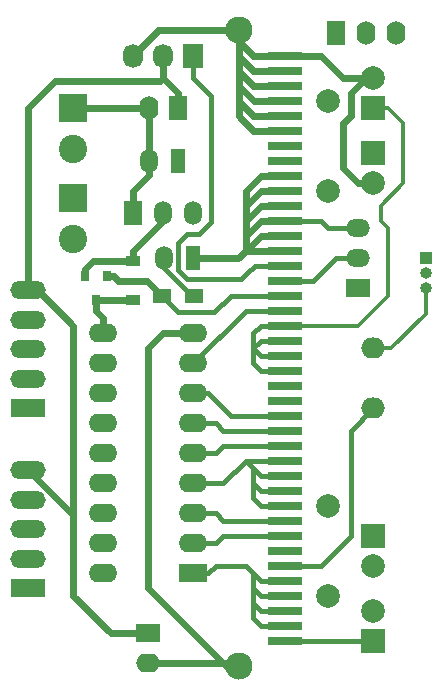
<source format=gtl>
G04 #@! TF.FileFunction,Copper,L1,Top,Signal*
%FSLAX46Y46*%
G04 Gerber Fmt 4.6, Leading zero omitted, Abs format (unit mm)*
G04 Created by KiCad (PCBNEW 4.0.7) date 09/14/19 13:27:37*
%MOMM*%
%LPD*%
G01*
G04 APERTURE LIST*
%ADD10C,0.100000*%
%ADD11O,2.000000X1.778000*%
%ADD12R,1.500000X2.000000*%
%ADD13O,1.600000X2.000000*%
%ADD14R,1.300000X2.000000*%
%ADD15O,1.500000X2.000000*%
%ADD16R,1.600000X2.000000*%
%ADD17O,2.000000X1.600000*%
%ADD18R,2.000000X1.600000*%
%ADD19O,1.520000X2.000000*%
%ADD20R,1.520000X2.000000*%
%ADD21O,2.000000X1.520000*%
%ADD22R,2.000000X1.520000*%
%ADD23R,1.000000X1.000000*%
%ADD24O,1.000000X1.000000*%
%ADD25R,3.000000X1.500000*%
%ADD26O,3.000000X1.500000*%
%ADD27C,2.000000*%
%ADD28R,2.000000X2.000000*%
%ADD29R,1.727200X2.032000*%
%ADD30O,1.727200X2.032000*%
%ADD31C,2.400000*%
%ADD32R,2.400000X2.400000*%
%ADD33C,2.300000*%
%ADD34R,2.900000X0.800000*%
%ADD35R,2.400000X1.600000*%
%ADD36O,2.400000X1.600000*%
%ADD37R,0.800000X0.900000*%
%ADD38R,1.500000X1.300000*%
%ADD39R,1.200000X0.900000*%
%ADD40C,0.304800*%
%ADD41C,0.406400*%
%ADD42C,0.609600*%
G04 APERTURE END LIST*
D10*
D11*
X153670000Y-88900000D03*
X153670000Y-93980000D03*
D12*
X150495000Y-62230000D03*
D13*
X153035000Y-62230000D03*
X155575000Y-62230000D03*
D14*
X138430000Y-81280000D03*
D15*
X135930000Y-81280000D03*
D14*
X137160000Y-73025000D03*
D15*
X134660000Y-73025000D03*
D16*
X137160000Y-68580000D03*
D13*
X134660000Y-68580000D03*
D17*
X134620000Y-115530000D03*
D18*
X134620000Y-113030000D03*
D19*
X135890000Y-77470000D03*
X138430000Y-77470000D03*
D20*
X133350000Y-77470000D03*
D21*
X152400000Y-81280000D03*
X152400000Y-78740000D03*
D22*
X152400000Y-83820000D03*
D23*
X158115000Y-81280000D03*
D24*
X158115000Y-82550000D03*
X158115000Y-83820000D03*
D25*
X124460000Y-93980000D03*
D26*
X124460000Y-91480000D03*
X124460000Y-88980000D03*
X124460000Y-86480000D03*
X124460000Y-83980000D03*
D27*
X153670000Y-111125000D03*
D28*
X153670000Y-113665000D03*
D27*
X153670000Y-66040000D03*
D28*
X153670000Y-68580000D03*
D27*
X153670000Y-74930000D03*
D28*
X153670000Y-72390000D03*
D29*
X138430000Y-64135000D03*
D30*
X135890000Y-64135000D03*
X133350000Y-64135000D03*
D31*
X128270000Y-72080000D03*
D32*
X128270000Y-68580000D03*
D31*
X128270000Y-79700000D03*
D32*
X128270000Y-76200000D03*
D27*
X153670000Y-107315000D03*
D28*
X153670000Y-104775000D03*
D27*
X149860000Y-75565000D03*
X149860000Y-67945000D03*
X149860000Y-102235000D03*
X149860000Y-109855000D03*
D33*
X142310000Y-62000000D03*
D34*
X146210000Y-113665000D03*
X146210000Y-111125000D03*
X146210000Y-108585000D03*
X146210000Y-106045000D03*
X146210000Y-103505000D03*
X146210000Y-100965000D03*
X146210000Y-98425000D03*
X146210000Y-95885000D03*
X146210000Y-93345000D03*
X146210000Y-90805000D03*
X146210000Y-88265000D03*
X146210000Y-85725000D03*
X146210000Y-83185000D03*
X146210000Y-80645000D03*
X146210000Y-78105000D03*
X146210000Y-75565000D03*
X146210000Y-73025000D03*
X146210000Y-70485000D03*
X146210000Y-67945000D03*
X146210000Y-65405000D03*
X146210000Y-112395000D03*
X146210000Y-109855000D03*
X146210000Y-107315000D03*
X146210000Y-104775000D03*
X146210000Y-102235000D03*
X146210000Y-99695000D03*
X146210000Y-97155000D03*
X146210000Y-94615000D03*
X146210000Y-92075000D03*
X146210000Y-89535000D03*
X146210000Y-86995000D03*
X146210000Y-84455000D03*
X146210000Y-81915000D03*
X146210000Y-79375000D03*
X146210000Y-76835000D03*
X146210000Y-74295000D03*
X146210000Y-71755000D03*
X146210000Y-69215000D03*
X146210000Y-66675000D03*
X146210000Y-64135000D03*
D33*
X142310000Y-115800000D03*
D35*
X138430000Y-107950000D03*
D36*
X130810000Y-87630000D03*
X138430000Y-105410000D03*
X130810000Y-90170000D03*
X138430000Y-102870000D03*
X130810000Y-92710000D03*
X138430000Y-100330000D03*
X130810000Y-95250000D03*
X138430000Y-97790000D03*
X130810000Y-97790000D03*
X138430000Y-95250000D03*
X130810000Y-100330000D03*
X138430000Y-92710000D03*
X130810000Y-102870000D03*
X138430000Y-90170000D03*
X130810000Y-105410000D03*
X138430000Y-87630000D03*
X130810000Y-107950000D03*
D25*
X124460000Y-109220000D03*
D26*
X124460000Y-106720000D03*
X124460000Y-104220000D03*
X124460000Y-101720000D03*
X124460000Y-99220000D03*
D37*
X131125000Y-82820000D03*
X129225000Y-82820000D03*
X130175000Y-84820000D03*
D38*
X135810000Y-84455000D03*
X138510000Y-84455000D03*
D39*
X133350000Y-81535000D03*
X133350000Y-84835000D03*
D40*
X153670000Y-88900000D02*
X155194000Y-88900000D01*
X158115000Y-85979000D02*
X158115000Y-83820000D01*
X155194000Y-88900000D02*
X158115000Y-85979000D01*
D41*
X135930000Y-81280000D02*
X135930000Y-82082000D01*
X135930000Y-82082000D02*
X138303000Y-84455000D01*
X138303000Y-84455000D02*
X138510000Y-84455000D01*
D42*
X135930000Y-81280000D02*
X135930000Y-81875000D01*
X128270000Y-68580000D02*
X134660000Y-68580000D01*
X134660000Y-68580000D02*
X134660000Y-73025000D01*
X134660000Y-73025000D02*
X134660000Y-74255000D01*
X134660000Y-74255000D02*
X133350000Y-75565000D01*
X133350000Y-75565000D02*
X133350000Y-77470000D01*
X134660000Y-68580000D02*
X134660000Y-67985000D01*
X153670000Y-74930000D02*
X153035000Y-74930000D01*
X153670000Y-66040000D02*
X153035000Y-66040000D01*
X153035000Y-66040000D02*
X151765000Y-67310000D01*
X152400000Y-74930000D02*
X153670000Y-74930000D01*
X151130000Y-73660000D02*
X152400000Y-74930000D01*
X151130000Y-69850000D02*
X151130000Y-73660000D01*
X151765000Y-69215000D02*
X151130000Y-69850000D01*
X151765000Y-67310000D02*
X151765000Y-69215000D01*
X151130000Y-66040000D02*
X153670000Y-66040000D01*
X133350000Y-64135000D02*
X135485000Y-62000000D01*
X135890000Y-87630000D02*
X138430000Y-87630000D01*
X134620000Y-88900000D02*
X135890000Y-87630000D01*
X134620000Y-115530000D02*
X142040000Y-115530000D01*
X149225000Y-64135000D02*
X151130000Y-66040000D01*
X134620000Y-109220000D02*
X134620000Y-88900000D01*
X146210000Y-64135000D02*
X149225000Y-64135000D01*
X135485000Y-62000000D02*
X142310000Y-62000000D01*
X146010000Y-64135000D02*
X144445000Y-64135000D01*
X143510000Y-64135000D02*
X142310000Y-62935000D01*
X144445000Y-64135000D02*
X143510000Y-64135000D01*
X142310000Y-62935000D02*
X142310000Y-62000000D01*
X146010000Y-65405000D02*
X143510000Y-65405000D01*
X143510000Y-65405000D02*
X142310000Y-64205000D01*
X146010000Y-66675000D02*
X143510000Y-66675000D01*
X143510000Y-66675000D02*
X142310000Y-65475000D01*
X146010000Y-67945000D02*
X143580000Y-67945000D01*
X143580000Y-67945000D02*
X142310000Y-66675000D01*
X146010000Y-69215000D02*
X143510000Y-69215000D01*
X143510000Y-69215000D02*
X142310000Y-68015000D01*
X142310000Y-62935000D02*
X142310000Y-62000000D01*
X146010000Y-70485000D02*
X143510000Y-70485000D01*
X143510000Y-70485000D02*
X142310000Y-69285000D01*
X142310000Y-69285000D02*
X142310000Y-68015000D01*
X142310000Y-68015000D02*
X142310000Y-67945000D01*
X142310000Y-67945000D02*
X142310000Y-66675000D01*
X142310000Y-66675000D02*
X142310000Y-65475000D01*
X142310000Y-65475000D02*
X142310000Y-65405000D01*
X142310000Y-65405000D02*
X142310000Y-64205000D01*
X142310000Y-64205000D02*
X142310000Y-64135000D01*
X142310000Y-64135000D02*
X142310000Y-62000000D01*
X141200000Y-115800000D02*
X134620000Y-109220000D01*
X142310000Y-115800000D02*
X141200000Y-115800000D01*
X142040000Y-115530000D02*
X142310000Y-115800000D01*
D41*
X146210000Y-78105000D02*
X149225000Y-78105000D01*
X149860000Y-78740000D02*
X152400000Y-78740000D01*
X149225000Y-78105000D02*
X149860000Y-78740000D01*
D42*
X142875000Y-80645000D02*
X144145000Y-80645000D01*
X144145000Y-80645000D02*
X146010000Y-80645000D01*
X138430000Y-81280000D02*
X142240000Y-81280000D01*
X142240000Y-81280000D02*
X142875000Y-80645000D01*
X142875000Y-79375000D02*
X142875000Y-80645000D01*
X146010000Y-74295000D02*
X144145000Y-74295000D01*
X142875000Y-75565000D02*
X142875000Y-76835000D01*
X144145000Y-74295000D02*
X142875000Y-75565000D01*
X146010000Y-79375000D02*
X144145000Y-79375000D01*
X144145000Y-79375000D02*
X142875000Y-80645000D01*
X146010000Y-78105000D02*
X144145000Y-78105000D01*
X144145000Y-78105000D02*
X142875000Y-79375000D01*
X146010000Y-76835000D02*
X144145000Y-76835000D01*
X144145000Y-76835000D02*
X142875000Y-78105000D01*
X142875000Y-78740000D02*
X142875000Y-79375000D01*
X142875000Y-78105000D02*
X142875000Y-78740000D01*
X146010000Y-75565000D02*
X144145000Y-75565000D01*
X144145000Y-75565000D02*
X142875000Y-76835000D01*
X142875000Y-76835000D02*
X142875000Y-78105000D01*
X124460000Y-83980000D02*
X124460000Y-68580000D01*
X135636000Y-66294000D02*
X135890000Y-66040000D01*
X126746000Y-66294000D02*
X135636000Y-66294000D01*
X124460000Y-68580000D02*
X126746000Y-66294000D01*
X133350000Y-84835000D02*
X130190000Y-84835000D01*
X130190000Y-84835000D02*
X130175000Y-84820000D01*
X130175000Y-84820000D02*
X130175000Y-85725000D01*
X130810000Y-86360000D02*
X130810000Y-87630000D01*
X130175000Y-85725000D02*
X130810000Y-86360000D01*
X135890000Y-64135000D02*
X135890000Y-66040000D01*
X137160000Y-67310000D02*
X137160000Y-68580000D01*
X135890000Y-66040000D02*
X137160000Y-67310000D01*
X128270000Y-102870000D02*
X128270000Y-109855000D01*
X132080000Y-113030000D02*
X134620000Y-113030000D01*
X131445000Y-113030000D02*
X132080000Y-113030000D01*
X128270000Y-109855000D02*
X131445000Y-113030000D01*
X124460000Y-83980000D02*
X125255000Y-83980000D01*
X128270000Y-86995000D02*
X128270000Y-102870000D01*
X128270000Y-102870000D02*
X128270000Y-103030000D01*
X125255000Y-83980000D02*
X128270000Y-86995000D01*
X128270000Y-103030000D02*
X128190000Y-102950000D01*
X128190000Y-102950000D02*
X124460000Y-99220000D01*
D41*
X146210000Y-113665000D02*
X153670000Y-113665000D01*
X143510000Y-109220000D02*
X143510000Y-107950000D01*
X146010000Y-108585000D02*
X144145000Y-108585000D01*
X144145000Y-108585000D02*
X143510000Y-107950000D01*
X139700000Y-107950000D02*
X138430000Y-107950000D01*
X143510000Y-107950000D02*
X142875000Y-107315000D01*
X142875000Y-107315000D02*
X140335000Y-107315000D01*
X140335000Y-107315000D02*
X139700000Y-107950000D01*
X146010000Y-109855000D02*
X144145000Y-109855000D01*
X144145000Y-109855000D02*
X143510000Y-109220000D01*
X146010000Y-111125000D02*
X144145000Y-111125000D01*
X144145000Y-111125000D02*
X143510000Y-110490000D01*
X146010000Y-112395000D02*
X144145000Y-112395000D01*
X143510000Y-111760000D02*
X143510000Y-111125000D01*
X143510000Y-111125000D02*
X143510000Y-110490000D01*
X143510000Y-110490000D02*
X143510000Y-109855000D01*
X143510000Y-109855000D02*
X143510000Y-109220000D01*
X144145000Y-112395000D02*
X143510000Y-111760000D01*
X138430000Y-102870000D02*
X140335000Y-102870000D01*
X140970000Y-103505000D02*
X146010000Y-103505000D01*
X140335000Y-102870000D02*
X140970000Y-103505000D01*
X143510000Y-99060000D02*
X142875000Y-98425000D01*
X146010000Y-98425000D02*
X142875000Y-98425000D01*
X140970000Y-100330000D02*
X138430000Y-100330000D01*
X142875000Y-98425000D02*
X140970000Y-100330000D01*
X146010000Y-99695000D02*
X144145000Y-99695000D01*
X144145000Y-99695000D02*
X143510000Y-99060000D01*
X146010000Y-100965000D02*
X144145000Y-100965000D01*
X144145000Y-100965000D02*
X143510000Y-100330000D01*
X146010000Y-102235000D02*
X144145000Y-102235000D01*
X143510000Y-101600000D02*
X143510000Y-100965000D01*
X143510000Y-100965000D02*
X143510000Y-100330000D01*
X143510000Y-100330000D02*
X143510000Y-99060000D01*
X144145000Y-102235000D02*
X143510000Y-101600000D01*
X138430000Y-95250000D02*
X140335000Y-95250000D01*
X140970000Y-95885000D02*
X146010000Y-95885000D01*
X140335000Y-95250000D02*
X140970000Y-95885000D01*
D40*
X146210000Y-86995000D02*
X152400000Y-86995000D01*
X154940000Y-68580000D02*
X153670000Y-68580000D01*
X156210000Y-69850000D02*
X154940000Y-68580000D01*
X156210000Y-74930000D02*
X156210000Y-69850000D01*
X154305000Y-76835000D02*
X156210000Y-74930000D01*
X154305000Y-78105000D02*
X154305000Y-76835000D01*
X154940000Y-78740000D02*
X154305000Y-78105000D01*
X154940000Y-84455000D02*
X154940000Y-78740000D01*
X152400000Y-86995000D02*
X154940000Y-84455000D01*
D41*
X146010000Y-88265000D02*
X144145000Y-88265000D01*
X144145000Y-88265000D02*
X143510000Y-88900000D01*
X146010000Y-89535000D02*
X144145000Y-89535000D01*
X144145000Y-89535000D02*
X143510000Y-88900000D01*
X146010000Y-90805000D02*
X144145000Y-90805000D01*
X143510000Y-89535000D02*
X143510000Y-88900000D01*
X143510000Y-90170000D02*
X143510000Y-89535000D01*
X144145000Y-90805000D02*
X143510000Y-90170000D01*
X144145000Y-86995000D02*
X146010000Y-86995000D01*
X143510000Y-88265000D02*
X143510000Y-87630000D01*
X143510000Y-88900000D02*
X143510000Y-88265000D01*
X143510000Y-87630000D02*
X144145000Y-86995000D01*
X154305000Y-68580000D02*
X153670000Y-68580000D01*
X138430000Y-90170000D02*
X138430000Y-90170000D01*
X142875000Y-85725000D02*
X146010000Y-85725000D01*
X138430000Y-90170000D02*
X142875000Y-85725000D01*
X146210000Y-83185000D02*
X148590000Y-83185000D01*
X150495000Y-81280000D02*
X152400000Y-81280000D01*
X148590000Y-83185000D02*
X150495000Y-81280000D01*
X151765000Y-100965000D02*
X151765000Y-95885000D01*
X151765000Y-104775000D02*
X151765000Y-100965000D01*
X149225000Y-107315000D02*
X151765000Y-104775000D01*
X146210000Y-107315000D02*
X149225000Y-107315000D01*
X151765000Y-95885000D02*
X153670000Y-93980000D01*
X146010000Y-107315000D02*
X147320000Y-107315000D01*
X138430000Y-105410000D02*
X140335000Y-105410000D01*
X140970000Y-104775000D02*
X146010000Y-104775000D01*
X140335000Y-105410000D02*
X140970000Y-104775000D01*
X138430000Y-97790000D02*
X140335000Y-97790000D01*
X140970000Y-97155000D02*
X146010000Y-97155000D01*
X140335000Y-97790000D02*
X140970000Y-97155000D01*
X138430000Y-92710000D02*
X139700000Y-92710000D01*
X141605000Y-94615000D02*
X146010000Y-94615000D01*
X139700000Y-92710000D02*
X141605000Y-94615000D01*
X135810000Y-84455000D02*
X135810000Y-84502000D01*
X135810000Y-84502000D02*
X137160000Y-85852000D01*
X141605000Y-84455000D02*
X146210000Y-84455000D01*
X140208000Y-85852000D02*
X141605000Y-84455000D01*
X137160000Y-85852000D02*
X140208000Y-85852000D01*
D42*
X131125000Y-82820000D02*
X131715000Y-82820000D01*
X134540000Y-83185000D02*
X135810000Y-84455000D01*
X132080000Y-83185000D02*
X134540000Y-83185000D01*
X131715000Y-82820000D02*
X132080000Y-83185000D01*
D41*
X137160000Y-82042000D02*
X137160000Y-82296000D01*
X143637000Y-81915000D02*
X143002000Y-82550000D01*
X137160000Y-82042000D02*
X137160000Y-80010000D01*
X137160000Y-80010000D02*
X137922000Y-79248000D01*
X137922000Y-79248000D02*
X138938000Y-79248000D01*
X138938000Y-79248000D02*
X139954000Y-78232000D01*
X139954000Y-78232000D02*
X139954000Y-67564000D01*
X139954000Y-67564000D02*
X138430000Y-66040000D01*
X138430000Y-64135000D02*
X138430000Y-66040000D01*
X143637000Y-81915000D02*
X146210000Y-81915000D01*
X142494000Y-83058000D02*
X143002000Y-82550000D01*
X137922000Y-83058000D02*
X142494000Y-83058000D01*
X137160000Y-82296000D02*
X137922000Y-83058000D01*
X153035000Y-83820000D02*
X152400000Y-83820000D01*
D42*
X133350000Y-81535000D02*
X129920000Y-81535000D01*
X129225000Y-82230000D02*
X129225000Y-82820000D01*
X129920000Y-81535000D02*
X129225000Y-82230000D01*
X135890000Y-77470000D02*
X135890000Y-78105000D01*
X135890000Y-78105000D02*
X133350000Y-80645000D01*
X133350000Y-80645000D02*
X133350000Y-81535000D01*
M02*

</source>
